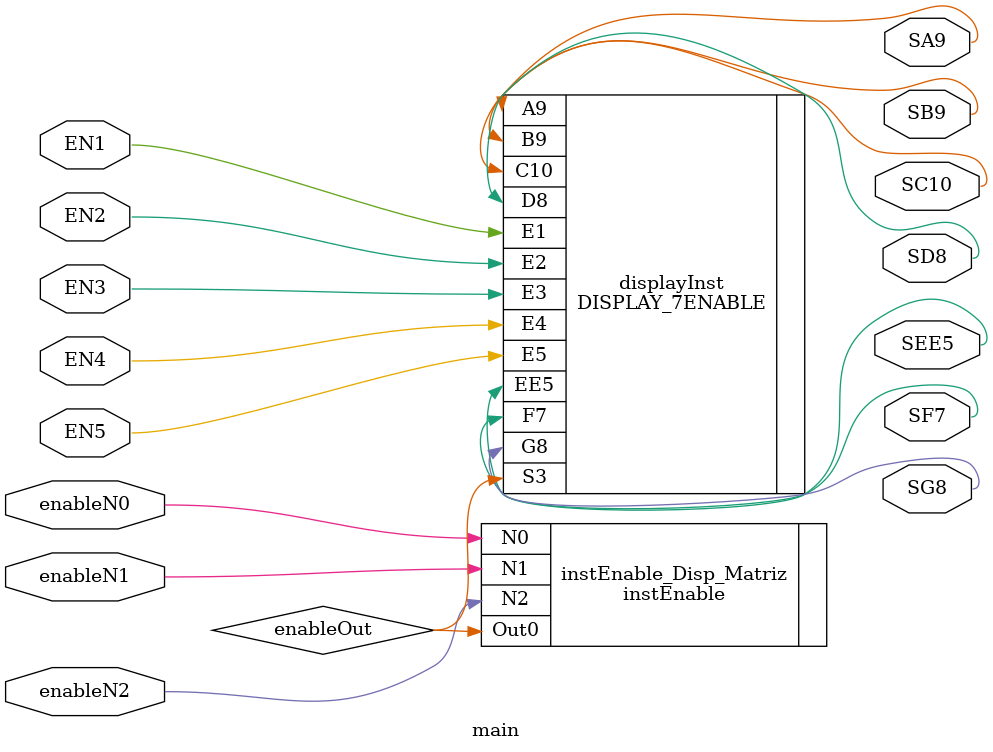
<source format=v>
 module main(EN1, EN2, EN3, EN4, EN5, enableN0, enableN1, enableN2,  SA9, SB9, SC10, SD8, SEE5, SF7, SG8);

input EN1, EN2, EN3, EN4, EN5, enableN0, enableN1, enableN2;
output SA9, SB9, SC10, SD8, SEE5, SF7, SG8;

wire enableOut;

instEnable instEnable_Disp_Matriz(.Out0(enableOut), .N0(enableN0), .N1(enableN1), .N2(enableN2));
 
DISPLAY_7ENABLE displayInst(.A9(SA9), .B9(SB9), .C10(SC10), .D8(SD8), .EE5(SEE5), .F7(SF7), .G8(SG8), .E1(EN1), .E2(EN2), .E3(EN3), .E4(EN4), .E5(EN5), .S3(enableOut));


endmodule

</source>
